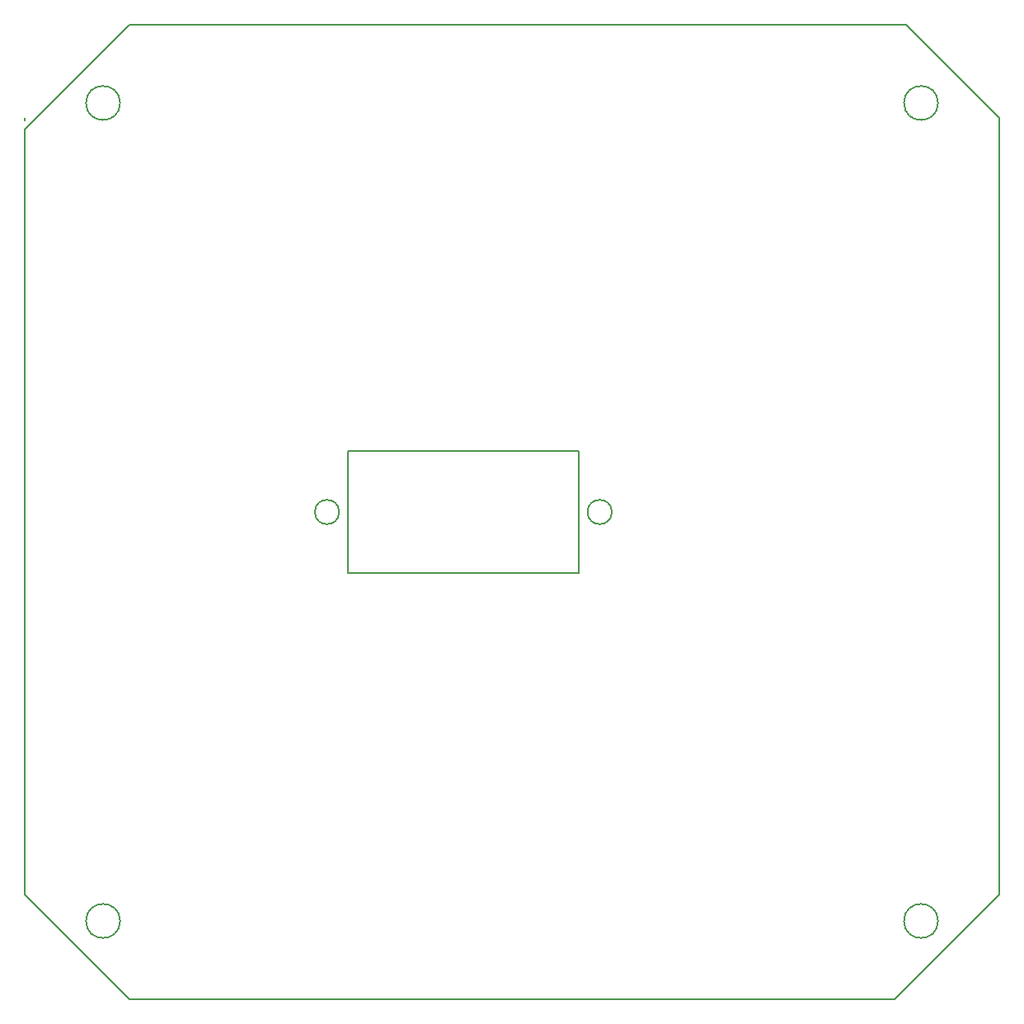
<source format=gbr>
G04 #@! TF.FileFunction,Profile,NP*
%FSLAX46Y46*%
G04 Gerber Fmt 4.6, Leading zero omitted, Abs format (unit mm)*
G04 Created by KiCad (PCBNEW 4.0.5+dfsg1-4) date Sat Dec 23 15:02:43 2017*
%MOMM*%
%LPD*%
G01*
G04 APERTURE LIST*
%ADD10C,0.100000*%
%ADD11C,0.150000*%
G04 APERTURE END LIST*
D10*
D11*
X139250000Y-150000000D02*
X60750000Y-150000000D01*
X83125000Y-93750000D02*
X106875000Y-93750000D01*
X83125000Y-106250000D02*
X106875000Y-106250000D01*
X110250000Y-100000000D02*
G75*
G03X110250000Y-100000000I-1250000J0D01*
G01*
X82250000Y-100000000D02*
G75*
G03X82250000Y-100000000I-1250000J0D01*
G01*
X83125000Y-106250000D02*
X83125000Y-93750000D01*
X106875000Y-93750000D02*
X106875000Y-106250000D01*
X143750000Y-58000000D02*
G75*
G03X143750000Y-58000000I-1750000J0D01*
G01*
X60750000Y-50000000D02*
X61000000Y-50000000D01*
X50000000Y-60750000D02*
X60750000Y-50000000D01*
X59750000Y-58000000D02*
G75*
G03X59750000Y-58000000I-1750000J0D01*
G01*
X150000000Y-59500000D02*
X150000000Y-60750000D01*
X140500000Y-50000000D02*
X150000000Y-59500000D01*
X139250000Y-50000000D02*
X140500000Y-50000000D01*
X50000000Y-59750000D02*
X50000000Y-59500000D01*
X143750000Y-142000000D02*
G75*
G03X143750000Y-142000000I-1750000J0D01*
G01*
X59750000Y-142000000D02*
G75*
G03X59750000Y-142000000I-1750000J0D01*
G01*
X150000000Y-139250000D02*
X139250000Y-150000000D01*
X150000000Y-60750000D02*
X150000000Y-139250000D01*
X60750000Y-50000000D02*
X139250000Y-50000000D01*
X50000000Y-139250000D02*
X50000000Y-60750000D01*
X60750000Y-150000000D02*
X50000000Y-139250000D01*
M02*

</source>
